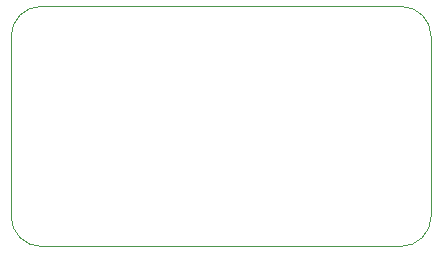
<source format=gbr>
%TF.GenerationSoftware,KiCad,Pcbnew,6.0.11+dfsg-1*%
%TF.CreationDate,2025-05-12T20:35:14-06:00*%
%TF.ProjectId,voltage_mapper,766f6c74-6167-4655-9f6d-61707065722e,rev?*%
%TF.SameCoordinates,Original*%
%TF.FileFunction,Profile,NP*%
%FSLAX46Y46*%
G04 Gerber Fmt 4.6, Leading zero omitted, Abs format (unit mm)*
G04 Created by KiCad (PCBNEW 6.0.11+dfsg-1) date 2025-05-12 20:35:14*
%MOMM*%
%LPD*%
G01*
G04 APERTURE LIST*
%TA.AperFunction,Profile*%
%ADD10C,0.100000*%
%TD*%
G04 APERTURE END LIST*
D10*
X127000000Y-106680000D02*
X157480000Y-106680000D01*
X127000000Y-86360000D02*
G75*
G03*
X124460000Y-88900000I0J-2540000D01*
G01*
X124460000Y-88900000D02*
X124460000Y-104140000D01*
X160020000Y-88900000D02*
X160020000Y-104140000D01*
X160020000Y-88900000D02*
G75*
G03*
X157480000Y-86360000I-2540000J0D01*
G01*
X127000000Y-86360000D02*
X157480000Y-86360000D01*
X124460000Y-104140000D02*
G75*
G03*
X127000000Y-106680000I2540000J0D01*
G01*
X157480000Y-106680000D02*
G75*
G03*
X160020000Y-104140000I0J2540000D01*
G01*
M02*

</source>
